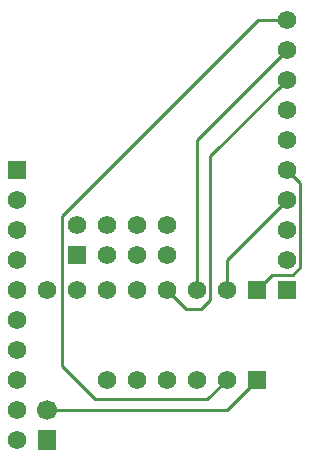
<source format=gbl>
G04 Layer: BottomLayer*
G04 EasyEDA v6.5.20, 2022-10-25 13:43:38*
G04 140ee39b9ffe45fd8fe92b6b1275b3e1,2b06a704b0b744f5a7d1a44ad6c904bc,10*
G04 Gerber Generator version 0.2*
G04 Scale: 100 percent, Rotated: No, Reflected: No *
G04 Dimensions in millimeters *
G04 leading zeros omitted , absolute positions ,4 integer and 5 decimal *
%FSLAX45Y45*%
%MOMM*%

%ADD10C,0.2540*%
%ADD11C,1.5748*%
%ADD12R,1.5748X1.5748*%
%ADD13R,1.5748X1.7000*%
%ADD14C,1.7000*%

%LPD*%
D10*
X2235200Y1816100D02*
G01*
X2298700Y1879600D01*
X2298700Y2590800D01*
X152400Y673100D02*
G01*
X1676400Y673100D01*
X1930400Y927100D01*
X1676400Y1689100D02*
G01*
X1676400Y1943100D01*
X2184400Y2451100D01*
X1422400Y1689100D02*
G01*
X1422400Y2959100D01*
X2184400Y3721100D01*
X1168400Y1689100D02*
G01*
X1333500Y1524000D01*
X1460500Y1524000D01*
X1536700Y1600200D01*
X1536700Y2819400D01*
X2184400Y3467100D01*
X1676400Y927100D02*
G01*
X1511300Y762000D01*
X558800Y762000D01*
X279400Y1041400D01*
X279400Y2311400D01*
X1943100Y3975100D01*
X2184400Y3975100D01*
X1930400Y1689100D02*
G01*
X2057400Y1816100D01*
X2235200Y1816100D01*
X2298700Y2590800D02*
G01*
X2184400Y2705100D01*
D11*
G01*
X2184400Y3975100D03*
G01*
X2184400Y3721100D03*
G01*
X2184400Y3467100D03*
G01*
X2184400Y3213100D03*
G01*
X2184400Y2959100D03*
G01*
X2184400Y2705100D03*
G01*
X2184400Y2451100D03*
G01*
X2184400Y2197100D03*
G01*
X2184400Y1943100D03*
D12*
G01*
X2184400Y1689100D03*
D11*
G01*
X-101600Y419100D03*
G01*
X-101600Y673100D03*
G01*
X-101600Y927100D03*
G01*
X-101600Y1181100D03*
G01*
X-101600Y1435100D03*
G01*
X-101600Y1689100D03*
G01*
X-101600Y1943100D03*
G01*
X-101600Y2197100D03*
G01*
X-101600Y2451100D03*
D12*
G01*
X-101600Y2705100D03*
D13*
G01*
X152400Y419100D03*
D14*
G01*
X152400Y673100D03*
D12*
G01*
X406400Y1981200D03*
D11*
G01*
X406400Y2235200D03*
G01*
X660400Y1981200D03*
G01*
X660400Y2235200D03*
G01*
X914400Y1981200D03*
G01*
X914400Y2235200D03*
G01*
X1168400Y1981200D03*
G01*
X1168400Y2235200D03*
D12*
G01*
X1930400Y1689100D03*
D11*
G01*
X1676400Y1689100D03*
G01*
X1422400Y1689100D03*
G01*
X1168400Y1689100D03*
G01*
X914400Y1689100D03*
G01*
X660400Y1689100D03*
G01*
X406400Y1689100D03*
G01*
X152400Y1689100D03*
G01*
X660400Y927100D03*
G01*
X914400Y927100D03*
G01*
X1168400Y927100D03*
G01*
X1422400Y927100D03*
G01*
X1676400Y927100D03*
D12*
G01*
X1930400Y927100D03*
M02*

</source>
